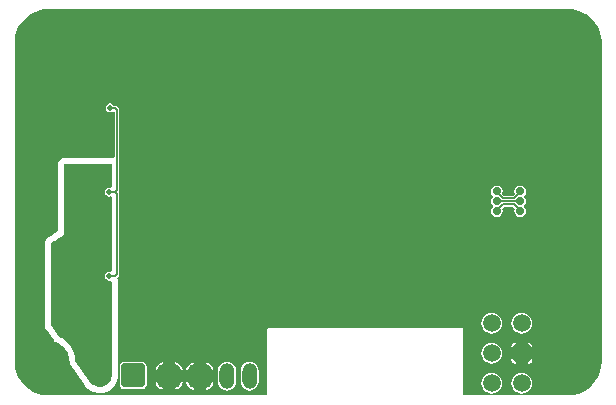
<source format=gbl>
G04 Layer_Physical_Order=2*
G04 Layer_Color=16711680*
%FSAX44Y44*%
%MOMM*%
G71*
G01*
G75*
%ADD26C,0.1270*%
G04:AMPARAMS|DCode=31|XSize=1.27mm|YSize=2.2mm|CornerRadius=0.635mm|HoleSize=0mm|Usage=FLASHONLY|Rotation=0.000|XOffset=0mm|YOffset=0mm|HoleType=Round|Shape=RoundedRectangle|*
%AMROUNDEDRECTD31*
21,1,1.2700,0.9300,0,0,0.0*
21,1,0.0000,2.2000,0,0,0.0*
1,1,1.2700,0.0000,-0.4650*
1,1,1.2700,0.0000,-0.4650*
1,1,1.2700,0.0000,0.4650*
1,1,1.2700,0.0000,0.4650*
%
%ADD31ROUNDEDRECTD31*%
G04:AMPARAMS|DCode=32|XSize=2mm|YSize=2mm|CornerRadius=0.5mm|HoleSize=0mm|Usage=FLASHONLY|Rotation=0.000|XOffset=0mm|YOffset=0mm|HoleType=Round|Shape=RoundedRectangle|*
%AMROUNDEDRECTD32*
21,1,2.0000,1.0000,0,0,0.0*
21,1,1.0000,2.0000,0,0,0.0*
1,1,1.0000,0.5000,-0.5000*
1,1,1.0000,-0.5000,-0.5000*
1,1,1.0000,-0.5000,0.5000*
1,1,1.0000,0.5000,0.5000*
%
%ADD32ROUNDEDRECTD32*%
%ADD33C,3.5000*%
%ADD34O,3.0000X2.0000*%
%ADD35C,1.5000*%
G04:AMPARAMS|DCode=36|XSize=1.5mm|YSize=1.5mm|CornerRadius=0.15mm|HoleSize=0mm|Usage=FLASHONLY|Rotation=180.000|XOffset=0mm|YOffset=0mm|HoleType=Round|Shape=RoundedRectangle|*
%AMROUNDEDRECTD36*
21,1,1.5000,1.2000,0,0,180.0*
21,1,1.2000,1.5000,0,0,180.0*
1,1,0.3000,-0.6000,0.6000*
1,1,0.3000,0.6000,0.6000*
1,1,0.3000,0.6000,-0.6000*
1,1,0.3000,-0.6000,-0.6000*
%
%ADD36ROUNDEDRECTD36*%
G04:AMPARAMS|DCode=37|XSize=2mm|YSize=2mm|CornerRadius=0.2mm|HoleSize=0mm|Usage=FLASHONLY|Rotation=0.000|XOffset=0mm|YOffset=0mm|HoleType=Round|Shape=RoundedRectangle|*
%AMROUNDEDRECTD37*
21,1,2.0000,1.6000,0,0,0.0*
21,1,1.6000,2.0000,0,0,0.0*
1,1,0.4000,0.8000,-0.8000*
1,1,0.4000,-0.8000,-0.8000*
1,1,0.4000,-0.8000,0.8000*
1,1,0.4000,0.8000,0.8000*
%
%ADD37ROUNDEDRECTD37*%
%ADD38C,2.0000*%
%ADD39C,0.7000*%
%ADD40C,0.5000*%
G36*
X10474263Y10328213D02*
X10478621Y10327166D01*
X10482761Y10325450D01*
X10486583Y10323109D01*
X10489991Y10320198D01*
X10492903Y10316790D01*
X10495244Y10312968D01*
X10496960Y10308827D01*
X10498007Y10304469D01*
X10498259Y10301261D01*
X10498281Y10300000D01*
D01*
X10498282Y10298732D01*
Y10030000D01*
X10498346Y10029846D01*
X10498007Y10025532D01*
X10496960Y10021173D01*
X10495245Y10017032D01*
X10492903Y10013210D01*
X10489991Y10009802D01*
X10486583Y10006891D01*
X10482761Y10004550D01*
X10478621Y10002834D01*
X10474263Y10001788D01*
X10471055Y10001535D01*
X10469794Y10001512D01*
D01*
X10468525Y10001512D01*
X10380845D01*
Y10057227D01*
X10380442Y10058199D01*
X10379469Y10058602D01*
X10216392D01*
X10215419Y10058199D01*
X10215017Y10057227D01*
Y10001512D01*
X10029794D01*
X10029639Y10001448D01*
X10025325Y10001788D01*
X10020967Y10002834D01*
X10016826Y10004549D01*
X10013005Y10006891D01*
X10009596Y10009802D01*
X10006685Y10013210D01*
X10004343Y10017032D01*
X10002628Y10021173D01*
X10001581Y10025532D01*
X10001242Y10029846D01*
X10001306Y10030000D01*
Y10300000D01*
X10001242Y10300155D01*
X10001581Y10304469D01*
X10002628Y10308827D01*
X10004343Y10312968D01*
X10006685Y10316790D01*
X10009596Y10320198D01*
X10013004Y10323109D01*
X10016826Y10325450D01*
X10020967Y10327166D01*
X10025325Y10328213D01*
X10029639Y10328552D01*
X10029794Y10328488D01*
X10469794D01*
X10469949Y10328552D01*
X10474263Y10328213D01*
D02*
G37*
%LPC*%
G36*
X10082087Y10248680D02*
X10080616Y10248387D01*
X10079370Y10247554D01*
X10078536Y10246307D01*
X10078244Y10244836D01*
X10078536Y10243365D01*
X10079370Y10242118D01*
X10080616Y10241284D01*
X10082087Y10240992D01*
X10083558Y10241284D01*
X10084806Y10242118D01*
X10086058Y10241705D01*
Y10203183D01*
X10084788Y10202271D01*
X10083550Y10202518D01*
X10043000D01*
X10041018Y10202123D01*
X10039338Y10201000D01*
X10038215Y10199320D01*
X10037820Y10197338D01*
X10037820Y10140267D01*
X10033171Y10137219D01*
X10032972Y10137023D01*
X10032726Y10136891D01*
X10032527Y10136728D01*
X10032170Y10136537D01*
X10031989Y10136389D01*
X10031771Y10136301D01*
X10028890Y10134412D01*
X10028510Y10134038D01*
X10028068Y10133743D01*
X10027797Y10133337D01*
X10027449Y10132995D01*
X10027241Y10132505D01*
X10026945Y10132062D01*
X10026849Y10131584D01*
X10026659Y10131135D01*
X10026654Y10130602D01*
X10026550Y10130080D01*
Y10060820D01*
X10026659Y10060276D01*
X10026669Y10059721D01*
X10026854Y10059294D01*
X10026945Y10058838D01*
X10027253Y10058376D01*
X10027474Y10057868D01*
X10034282Y10048054D01*
X10034797Y10047556D01*
X10035252Y10047002D01*
X10035518Y10046860D01*
X10035735Y10046650D01*
X10036108Y10046503D01*
X10036241Y10046394D01*
X10039714Y10044538D01*
X10042363Y10042363D01*
X10044538Y10039714D01*
X10046154Y10036691D01*
X10047148Y10033411D01*
X10047465Y10030197D01*
X10047553Y10029908D01*
X10047558Y10029606D01*
X10047844Y10028949D01*
X10048052Y10028263D01*
X10048243Y10028030D01*
X10048364Y10027753D01*
X10059814Y10011246D01*
X10060207Y10010509D01*
X10060570Y10010065D01*
X10060852Y10009567D01*
X10062337Y10007842D01*
X10062789Y10007488D01*
X10063173Y10007064D01*
X10065000Y10005706D01*
X10065518Y10005461D01*
X10065986Y10005130D01*
X10068066Y10004207D01*
X10068625Y10004080D01*
X10069155Y10003860D01*
X10071387Y10003415D01*
X10071960Y10003414D01*
X10072525Y10003316D01*
X10074800Y10003371D01*
X10075359Y10003496D01*
X10075932Y10003524D01*
X10078140Y10004076D01*
X10078658Y10004321D01*
X10079211Y10004473D01*
X10081244Y10005496D01*
X10081696Y10005848D01*
X10082202Y10006118D01*
X10083962Y10007562D01*
X10084326Y10008004D01*
X10084760Y10008379D01*
X10086160Y10010173D01*
X10086418Y10010685D01*
X10086760Y10011145D01*
X10087733Y10013202D01*
X10087872Y10013759D01*
X10088105Y10014282D01*
X10088604Y10016503D01*
X10088618Y10017076D01*
X10088729Y10017639D01*
X10088729Y10018776D01*
X10088729Y10018776D01*
Y10097713D01*
X10088640Y10098162D01*
X10088650Y10098619D01*
X10088445Y10099143D01*
X10088335Y10099695D01*
X10088327Y10099707D01*
X10087874Y10100915D01*
X10089373Y10102415D01*
X10089794Y10103045D01*
X10089942Y10103788D01*
Y10172061D01*
X10089794Y10172805D01*
X10089373Y10173434D01*
X10089247Y10173561D01*
X10089373Y10173688D01*
X10089794Y10174318D01*
X10089942Y10175061D01*
Y10243430D01*
X10089794Y10244174D01*
X10089373Y10244803D01*
X10089373Y10244803D01*
X10087968Y10246210D01*
X10087337Y10246631D01*
X10086594Y10246779D01*
X10085324D01*
X10084806Y10247554D01*
X10083558Y10248387D01*
X10082087Y10248680D01*
D02*
G37*
G36*
X10429240Y10178923D02*
X10427379Y10178553D01*
X10425801Y10177499D01*
X10424747Y10175921D01*
X10424376Y10174060D01*
X10424747Y10172199D01*
X10424996Y10171825D01*
X10423331Y10170161D01*
X10415336D01*
X10413672Y10171825D01*
X10413921Y10172199D01*
X10414292Y10174060D01*
X10413921Y10175921D01*
X10412867Y10177499D01*
X10411289Y10178553D01*
X10409427Y10178923D01*
X10407567Y10178553D01*
X10405989Y10177499D01*
X10404935Y10175921D01*
X10404564Y10174060D01*
X10404935Y10172199D01*
X10405989Y10170621D01*
X10406165Y10170504D01*
Y10169234D01*
X10405989Y10169117D01*
X10404935Y10167539D01*
X10404564Y10165678D01*
X10404935Y10163817D01*
X10405989Y10162239D01*
X10406165Y10162122D01*
Y10160852D01*
X10405989Y10160735D01*
X10404935Y10159157D01*
X10404564Y10157296D01*
X10404935Y10155435D01*
X10405989Y10153857D01*
X10407567Y10152803D01*
X10409427Y10152433D01*
X10411289Y10152803D01*
X10412867Y10153857D01*
X10413921Y10155435D01*
X10414292Y10157296D01*
X10413921Y10159157D01*
X10413672Y10159531D01*
X10415336Y10161196D01*
X10423331D01*
X10424996Y10159531D01*
X10424747Y10159157D01*
X10424376Y10157296D01*
X10424747Y10155435D01*
X10425801Y10153857D01*
X10427379Y10152803D01*
X10429240Y10152433D01*
X10431101Y10152803D01*
X10432679Y10153857D01*
X10433733Y10155435D01*
X10434104Y10157296D01*
X10433733Y10159157D01*
X10432679Y10160735D01*
X10432504Y10160852D01*
Y10162122D01*
X10432679Y10162239D01*
X10433733Y10163817D01*
X10434104Y10165678D01*
X10433733Y10167539D01*
X10432679Y10169117D01*
X10432504Y10169234D01*
Y10170504D01*
X10432679Y10170621D01*
X10433733Y10172199D01*
X10434104Y10174060D01*
X10433733Y10175921D01*
X10432679Y10177499D01*
X10431101Y10178553D01*
X10429240Y10178923D01*
D02*
G37*
G36*
X10430593Y10071310D02*
X10428304Y10071008D01*
X10426171Y10070125D01*
X10424338Y10068719D01*
X10422933Y10066887D01*
X10422050Y10064753D01*
X10421748Y10062464D01*
X10422050Y10060175D01*
X10422933Y10058041D01*
X10424338Y10056209D01*
X10426171Y10054803D01*
X10428304Y10053920D01*
X10430593Y10053618D01*
X10432883Y10053920D01*
X10435016Y10054803D01*
X10436848Y10056209D01*
X10438254Y10058041D01*
X10439138Y10060175D01*
X10439438Y10062464D01*
X10439138Y10064753D01*
X10438254Y10066887D01*
X10436848Y10068719D01*
X10435016Y10070125D01*
X10432883Y10071008D01*
X10430593Y10071310D01*
D02*
G37*
G36*
X10405193D02*
X10402904Y10071008D01*
X10400770Y10070125D01*
X10398939Y10068719D01*
X10397533Y10066887D01*
X10396649Y10064753D01*
X10396348Y10062464D01*
X10396649Y10060175D01*
X10397533Y10058041D01*
X10398939Y10056209D01*
X10400770Y10054803D01*
X10402904Y10053920D01*
X10405193Y10053618D01*
X10407483Y10053920D01*
X10409617Y10054803D01*
X10411448Y10056209D01*
X10412854Y10058041D01*
X10413738Y10060175D01*
X10414039Y10062464D01*
X10413738Y10064753D01*
X10412854Y10066887D01*
X10411448Y10068719D01*
X10409617Y10070125D01*
X10407483Y10071008D01*
X10405193Y10071310D01*
D02*
G37*
G36*
X10436593Y10045888D02*
X10435673D01*
Y10042144D01*
X10439418D01*
Y10043064D01*
X10439203Y10044145D01*
X10438590Y10045061D01*
X10437675Y10045673D01*
X10436593Y10045888D01*
D02*
G37*
G36*
X10425513D02*
X10424594D01*
X10423513Y10045673D01*
X10422596Y10045061D01*
X10421984Y10044145D01*
X10421769Y10043064D01*
Y10042144D01*
X10425513D01*
Y10045888D01*
D02*
G37*
G36*
X10439418Y10031984D02*
X10435673D01*
Y10028240D01*
X10436593D01*
X10437675Y10028455D01*
X10438590Y10029067D01*
X10439203Y10029983D01*
X10439418Y10031064D01*
Y10031984D01*
D02*
G37*
G36*
X10425513D02*
X10421769D01*
Y10031064D01*
X10421984Y10029983D01*
X10422596Y10029067D01*
X10423513Y10028455D01*
X10424594Y10028240D01*
X10425513D01*
Y10031984D01*
D02*
G37*
G36*
X10405193Y10045909D02*
X10402904Y10045609D01*
X10400770Y10044725D01*
X10398939Y10043319D01*
X10397533Y10041487D01*
X10396649Y10039354D01*
X10396348Y10037064D01*
X10396649Y10034775D01*
X10397533Y10032641D01*
X10398939Y10030809D01*
X10400770Y10029404D01*
X10402904Y10028520D01*
X10405193Y10028218D01*
X10407483Y10028520D01*
X10409617Y10029404D01*
X10411448Y10030809D01*
X10412854Y10032641D01*
X10413738Y10034775D01*
X10414039Y10037064D01*
X10413738Y10039354D01*
X10412854Y10041487D01*
X10411448Y10043319D01*
X10409617Y10044725D01*
X10407483Y10045609D01*
X10405193Y10045909D01*
D02*
G37*
G36*
X10137140Y10029381D02*
Y10023084D01*
X10143437D01*
X10142966Y10025450D01*
X10141580Y10027524D01*
X10139506Y10028911D01*
X10137140Y10029381D01*
D02*
G37*
G36*
X10126980D02*
X10124614Y10028911D01*
X10122540Y10027524D01*
X10121154Y10025450D01*
X10120683Y10023084D01*
X10126980D01*
Y10029381D01*
D02*
G37*
G36*
X10163048Y10029127D02*
Y10022830D01*
X10169345D01*
X10168874Y10025197D01*
X10167488Y10027271D01*
X10165414Y10028656D01*
X10163048Y10029127D01*
D02*
G37*
G36*
X10152888D02*
X10150522Y10028656D01*
X10148448Y10027271D01*
X10147062Y10025197D01*
X10146591Y10022830D01*
X10152888D01*
Y10029127D01*
D02*
G37*
G36*
X10109632Y10029592D02*
X10093632D01*
X10092356Y10029338D01*
X10091274Y10028616D01*
X10090552Y10027534D01*
X10090298Y10026258D01*
Y10010258D01*
X10090552Y10008982D01*
X10091274Y10007900D01*
X10092356Y10007178D01*
X10093632Y10006924D01*
X10109632D01*
X10110908Y10007178D01*
X10111990Y10007900D01*
X10112712Y10008982D01*
X10112966Y10010258D01*
Y10026258D01*
X10112712Y10027534D01*
X10111990Y10028616D01*
X10110908Y10029338D01*
X10109632Y10029592D01*
D02*
G37*
G36*
X10143437Y10012924D02*
X10137140D01*
Y10006627D01*
X10139506Y10007098D01*
X10141580Y10008484D01*
X10142966Y10010558D01*
X10143437Y10012924D01*
D02*
G37*
G36*
X10126980D02*
X10120683D01*
X10121154Y10010558D01*
X10122540Y10008484D01*
X10124614Y10007098D01*
X10126980Y10006627D01*
Y10012924D01*
D02*
G37*
G36*
X10169345Y10012670D02*
X10163048D01*
Y10006373D01*
X10165414Y10006844D01*
X10167488Y10008229D01*
X10168874Y10010303D01*
X10169345Y10012670D01*
D02*
G37*
G36*
X10152888D02*
X10146591D01*
X10147062Y10010303D01*
X10148448Y10008229D01*
X10150522Y10006844D01*
X10152888Y10006373D01*
Y10012670D01*
D02*
G37*
G36*
X10200132Y10030086D02*
X10198143Y10029824D01*
X10196289Y10029056D01*
X10194697Y10027834D01*
X10193476Y10026243D01*
X10192708Y10024389D01*
X10192446Y10022400D01*
Y10013100D01*
X10192708Y10011111D01*
X10193476Y10009257D01*
X10194697Y10007665D01*
X10196289Y10006444D01*
X10198143Y10005676D01*
X10200132Y10005414D01*
X10202121Y10005676D01*
X10203975Y10006444D01*
X10205566Y10007665D01*
X10206788Y10009257D01*
X10207556Y10011111D01*
X10207818Y10013100D01*
Y10022400D01*
X10207556Y10024389D01*
X10206788Y10026243D01*
X10205566Y10027834D01*
X10203975Y10029056D01*
X10202121Y10029824D01*
X10200132Y10030086D01*
D02*
G37*
G36*
X10181032D02*
X10179043Y10029824D01*
X10177189Y10029056D01*
X10175598Y10027834D01*
X10174376Y10026243D01*
X10173608Y10024389D01*
X10173346Y10022400D01*
Y10013100D01*
X10173608Y10011111D01*
X10174376Y10009257D01*
X10175598Y10007665D01*
X10177189Y10006444D01*
X10179043Y10005676D01*
X10181032Y10005414D01*
X10183021Y10005676D01*
X10184875Y10006444D01*
X10186467Y10007665D01*
X10187688Y10009257D01*
X10188456Y10011111D01*
X10188718Y10013100D01*
Y10022400D01*
X10188456Y10024389D01*
X10187688Y10026243D01*
X10186467Y10027834D01*
X10184875Y10029056D01*
X10183021Y10029824D01*
X10181032Y10030086D01*
D02*
G37*
G36*
X10430593Y10020510D02*
X10428304Y10020208D01*
X10426171Y10019324D01*
X10424338Y10017919D01*
X10422933Y10016087D01*
X10422050Y10013953D01*
X10421748Y10011664D01*
X10422050Y10009374D01*
X10422933Y10007241D01*
X10424338Y10005409D01*
X10426171Y10004003D01*
X10428304Y10003120D01*
X10430593Y10002819D01*
X10432883Y10003120D01*
X10435016Y10004003D01*
X10436848Y10005409D01*
X10438254Y10007241D01*
X10439138Y10009374D01*
X10439438Y10011664D01*
X10439138Y10013953D01*
X10438254Y10016087D01*
X10436848Y10017919D01*
X10435016Y10019324D01*
X10432883Y10020208D01*
X10430593Y10020510D01*
D02*
G37*
G36*
X10405193D02*
X10402904Y10020208D01*
X10400770Y10019324D01*
X10398939Y10017919D01*
X10397533Y10016087D01*
X10396649Y10013953D01*
X10396348Y10011664D01*
X10396649Y10009374D01*
X10397533Y10007241D01*
X10398939Y10005409D01*
X10400770Y10004003D01*
X10402904Y10003120D01*
X10405193Y10002819D01*
X10407483Y10003120D01*
X10409617Y10004003D01*
X10411448Y10005409D01*
X10412854Y10007241D01*
X10413738Y10009374D01*
X10414039Y10011664D01*
X10413738Y10013953D01*
X10412854Y10016087D01*
X10411448Y10017919D01*
X10409617Y10019324D01*
X10407483Y10020208D01*
X10405193Y10020510D01*
D02*
G37*
%LPD*%
G36*
X10083550Y10178137D02*
X10082280Y10177250D01*
X10081500Y10177405D01*
X10080029Y10177112D01*
X10078782Y10176279D01*
X10077949Y10175032D01*
X10077656Y10173561D01*
X10077949Y10172090D01*
X10078782Y10170843D01*
X10080029Y10170010D01*
X10081500Y10169717D01*
X10082280Y10169872D01*
X10083550Y10168986D01*
Y10106864D01*
X10082280Y10105977D01*
X10081500Y10106132D01*
X10080029Y10105840D01*
X10078782Y10105007D01*
X10077949Y10103760D01*
X10077656Y10102288D01*
X10077949Y10100817D01*
X10078782Y10099570D01*
X10080029Y10098737D01*
X10081500Y10098445D01*
X10082280Y10098600D01*
X10083550Y10097713D01*
Y10018776D01*
X10083550D01*
X10083550Y10017638D01*
X10083051Y10015417D01*
X10082078Y10013360D01*
X10080677Y10011566D01*
X10078917Y10010123D01*
X10076884Y10009101D01*
X10074676Y10008549D01*
X10072401Y10008494D01*
X10070169Y10008940D01*
X10068089Y10009864D01*
X10066262Y10011221D01*
X10064777Y10012946D01*
X10064242Y10013950D01*
X10052620Y10030705D01*
X10052253Y10034426D01*
X10050962Y10038683D01*
X10048865Y10042606D01*
X10046044Y10046044D01*
X10042606Y10048865D01*
X10038683Y10050962D01*
X10038538Y10051006D01*
X10031730Y10060820D01*
Y10130080D01*
X10034612Y10131970D01*
X10035419Y10132401D01*
X10036011Y10132888D01*
X10043000Y10137470D01*
X10043000Y10197338D01*
X10083550D01*
Y10178137D01*
D02*
G37*
D26*
X10086500Y10102288D02*
X10088000Y10103788D01*
Y10172061D01*
X10086500Y10173561D02*
X10088000Y10172061D01*
X10086500Y10173561D02*
X10088000Y10175061D01*
X10081500Y10173561D02*
X10086500D01*
X10081500Y10102288D02*
X10086500D01*
X10082087Y10244836D02*
X10086594D01*
X10088000Y10243430D01*
Y10175061D02*
Y10243430D01*
X10409427Y10165678D02*
X10429240D01*
X10409427Y10173322D02*
Y10174060D01*
Y10173322D02*
X10414531Y10168218D01*
X10424136D01*
X10429240Y10173322D02*
Y10174060D01*
X10424136Y10168218D02*
X10429240Y10173322D01*
X10409427Y10157296D02*
Y10158034D01*
X10414531Y10163138D01*
X10424136D01*
X10429240Y10157296D02*
Y10158034D01*
X10424136Y10163138D02*
X10429240Y10158034D01*
D31*
X10200132Y10017750D02*
D03*
X10181032D02*
D03*
D32*
X10157968D02*
D03*
X10132060Y10018004D02*
D03*
D33*
X10470000Y10030000D02*
D03*
X10030000D02*
D03*
Y10300000D02*
D03*
X10470000D02*
D03*
D34*
X10022000Y10185000D02*
D03*
Y10145000D02*
D03*
X10478000D02*
D03*
Y10185000D02*
D03*
D35*
X10430593Y10062464D02*
D03*
Y10011664D02*
D03*
X10405193D02*
D03*
Y10037064D02*
D03*
Y10062464D02*
D03*
D36*
X10430593Y10037064D02*
D03*
D37*
X10101632Y10018258D02*
D03*
D38*
X10073132D02*
D03*
D39*
X10447168Y10108184D02*
D03*
X10146316Y10040961D02*
D03*
X10137648Y10040874D02*
D03*
X10078750Y10038842D02*
D03*
X10070995D02*
D03*
X10063241D02*
D03*
X10047732Y10119272D02*
D03*
X10055599D02*
D03*
X10063466D02*
D03*
X10071333D02*
D03*
X10079200D02*
D03*
X10078750Y10066530D02*
D03*
X10070995D02*
D03*
X10063241D02*
D03*
X10055486D02*
D03*
X10047732Y10066530D02*
D03*
X10063241Y10047780D02*
D03*
X10070995D02*
D03*
X10078750D02*
D03*
X10229596Y10246868D02*
D03*
X10212872Y10237000D02*
D03*
X10220960D02*
D03*
X10229596D02*
D03*
X10199294Y10207498D02*
D03*
X10163651Y10032746D02*
D03*
X10172319Y10040961D02*
D03*
Y10032746D02*
D03*
X10154984D02*
D03*
X10193500Y10117074D02*
D03*
Y10109454D02*
D03*
X10177018Y10165676D02*
D03*
X10079200Y10137211D02*
D03*
X10071333D02*
D03*
X10063466D02*
D03*
X10055599D02*
D03*
X10047732D02*
D03*
X10079990Y10189718D02*
D03*
X10071926D02*
D03*
X10063861D02*
D03*
X10055797D02*
D03*
X10047732D02*
D03*
X10220960Y10246868D02*
D03*
X10212872D02*
D03*
X10137648Y10032746D02*
D03*
X10163651Y10040961D02*
D03*
X10154984D02*
D03*
X10146316Y10032746D02*
D03*
X10096500Y10270236D02*
D03*
X10141204Y10300970D02*
D03*
X10151110D02*
D03*
Y10290302D02*
D03*
X10190596Y10253726D02*
D03*
X10312400Y10313416D02*
D03*
X10248138D02*
D03*
X10266499D02*
D03*
X10294039D02*
D03*
X10128504Y10032746D02*
D03*
X10447168Y10222992D02*
D03*
X10257318Y10313416D02*
D03*
X10303219D02*
D03*
X10284860D02*
D03*
X10275679D02*
D03*
X10406888Y10240656D02*
D03*
X10397288Y10249154D02*
D03*
X10429240Y10157296D02*
D03*
X10409427D02*
D03*
Y10174060D02*
D03*
X10429240D02*
D03*
X10141204Y10290302D02*
D03*
X10429240Y10165678D02*
D03*
X10409427D02*
D03*
X10072878Y10301224D02*
D03*
X10082276D02*
D03*
D40*
X10081500Y10173561D02*
D03*
Y10102288D02*
D03*
X10082087Y10244836D02*
D03*
M02*

</source>
